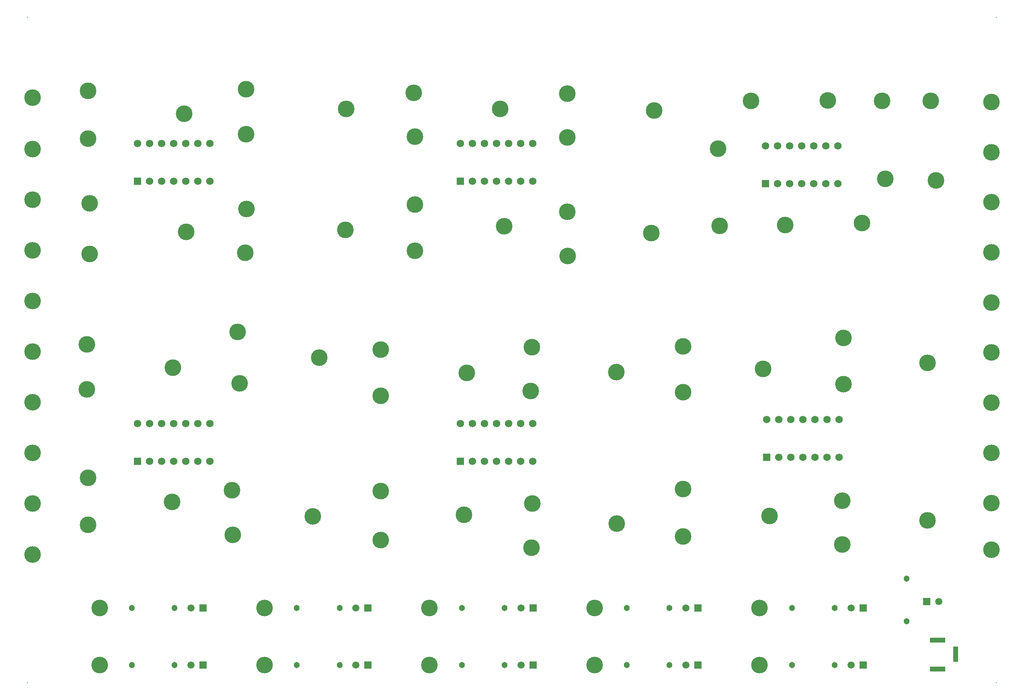
<source format=gbs>
G04*
G04 #@! TF.GenerationSoftware,Altium Limited,Altium Designer,24.3.1 (35)*
G04*
G04 Layer_Color=16711935*
%FSLAX44Y44*%
%MOMM*%
G71*
G04*
G04 #@! TF.SameCoordinates,19752D80-6C45-4E96-A252-4C1BB4621B5E*
G04*
G04*
G04 #@! TF.FilePolarity,Negative*
G04*
G01*
G75*
%ADD16R,3.3032X1.0032*%
%ADD17R,1.0032X3.3032*%
%ADD18C,3.5032*%
%ADD19C,1.3032*%
%ADD20C,1.5032*%
%ADD21R,1.5032X1.5032*%
%ADD22C,0.2032*%
%ADD23R,1.5632X1.5632*%
%ADD24C,1.5632*%
D16*
X1966250Y140250D02*
D03*
Y78750D02*
D03*
D17*
X2004750Y110250D02*
D03*
D18*
X794250Y454250D02*
D03*
Y350500D02*
D03*
Y655000D02*
D03*
Y752500D02*
D03*
X549250Y207500D02*
D03*
X549250Y87500D02*
D03*
X177250Y1297000D02*
D03*
Y1197000D02*
D03*
X1951750Y1276250D02*
D03*
X1856250Y1112000D02*
D03*
X1963500Y1108500D02*
D03*
X174750Y668000D02*
D03*
X866250Y1200750D02*
D03*
X863750Y1293000D02*
D03*
X1045750Y1259500D02*
D03*
X1186500Y1291750D02*
D03*
Y1199250D02*
D03*
X721250Y1259000D02*
D03*
X1849500Y1276250D02*
D03*
X1573750D02*
D03*
X1735000Y1277000D02*
D03*
X380250Y1249000D02*
D03*
X510250Y1300750D02*
D03*
X719750Y1004500D02*
D03*
X181250Y1060250D02*
D03*
Y954000D02*
D03*
X384250Y1000250D02*
D03*
X508250Y956000D02*
D03*
X511500Y1048750D02*
D03*
X1186750Y1042750D02*
D03*
X1363500Y998000D02*
D03*
X1507750Y1012750D02*
D03*
X866250Y1057750D02*
D03*
X975500Y703250D02*
D03*
X1112000Y757000D02*
D03*
X1109750Y664750D02*
D03*
X1289750Y705000D02*
D03*
X1430750Y662500D02*
D03*
Y758750D02*
D03*
X1599500Y711750D02*
D03*
X1768500Y776750D02*
D03*
Y679250D02*
D03*
X664750Y735250D02*
D03*
X496500Y681250D02*
D03*
X492250Y789000D02*
D03*
X356250Y713750D02*
D03*
X174750Y763500D02*
D03*
X177250Y482250D02*
D03*
Y382750D02*
D03*
X354500Y431000D02*
D03*
X482000Y361750D02*
D03*
X481000Y455750D02*
D03*
X650750Y400500D02*
D03*
X1765500Y434000D02*
D03*
X969250Y404500D02*
D03*
X1111000Y335000D02*
D03*
X1112750Y428250D02*
D03*
X61000Y1282750D02*
D03*
Y1174972D02*
D03*
Y1068194D02*
D03*
Y961416D02*
D03*
Y854639D02*
D03*
Y747861D02*
D03*
Y641083D02*
D03*
Y534305D02*
D03*
Y427528D02*
D03*
Y320750D02*
D03*
X2080000Y1273750D02*
D03*
Y1168175D02*
D03*
Y1062600D02*
D03*
Y957025D02*
D03*
Y851450D02*
D03*
Y745875D02*
D03*
Y640300D02*
D03*
Y534725D02*
D03*
Y429150D02*
D03*
Y330250D02*
D03*
X896750Y87500D02*
D03*
X1244250Y207500D02*
D03*
X1244250Y87500D02*
D03*
X201750D02*
D03*
Y207500D02*
D03*
X1291000Y385250D02*
D03*
X1591750Y207500D02*
D03*
X510250Y1206000D02*
D03*
X1369500Y1256000D02*
D03*
X866250Y960500D02*
D03*
X1053500Y1012000D02*
D03*
X1187500Y949750D02*
D03*
X1504000Y1175250D02*
D03*
X1645500Y1015000D02*
D03*
X1807000Y1019000D02*
D03*
X1945500Y724000D02*
D03*
X1430750Y458250D02*
D03*
Y358750D02*
D03*
X1612500Y402000D02*
D03*
X1765500Y341750D02*
D03*
X1945500Y392250D02*
D03*
X1591750Y87500D02*
D03*
X896750Y207500D02*
D03*
D19*
X617250D02*
D03*
X707250D02*
D03*
X964750D02*
D03*
X1054750D02*
D03*
X1901000Y269750D02*
D03*
Y179750D02*
D03*
X964750Y87500D02*
D03*
X1054750D02*
D03*
X1402250Y207500D02*
D03*
X1312250D02*
D03*
Y87500D02*
D03*
X1402250D02*
D03*
X359750D02*
D03*
X269750D02*
D03*
X269750Y207500D02*
D03*
X359750D02*
D03*
X1749750D02*
D03*
X1659750D02*
D03*
Y87500D02*
D03*
X1749750D02*
D03*
X617250D02*
D03*
X707250D02*
D03*
D20*
X1089350Y207500D02*
D03*
X394350D02*
D03*
X741850D02*
D03*
X1436850D02*
D03*
X1784350D02*
D03*
X394350Y87500D02*
D03*
X1436850D02*
D03*
X1089350D02*
D03*
X1784350D02*
D03*
X1969150Y221500D02*
D03*
X741850Y87500D02*
D03*
D21*
X1114750Y207500D02*
D03*
X419750D02*
D03*
X767250D02*
D03*
X1462250D02*
D03*
X1809750D02*
D03*
X419750Y87500D02*
D03*
X1462250D02*
D03*
X1114750D02*
D03*
X1809750D02*
D03*
X1943750Y221500D02*
D03*
X767250Y87500D02*
D03*
D22*
X50000Y1452500D02*
D03*
X2090000D02*
D03*
Y50000D02*
D03*
X50000D02*
D03*
D23*
X282050Y1106750D02*
D03*
X961150D02*
D03*
X1604400Y1102000D02*
D03*
X282050Y516750D02*
D03*
X961150D02*
D03*
X1606900Y525250D02*
D03*
D24*
X307450Y1106750D02*
D03*
X332850D02*
D03*
X358250D02*
D03*
X383650D02*
D03*
X409050D02*
D03*
X434450D02*
D03*
X282050Y1186450D02*
D03*
X307450D02*
D03*
X332850D02*
D03*
X358250D02*
D03*
X383650D02*
D03*
X409050D02*
D03*
X434450D02*
D03*
X1113550D02*
D03*
X1088150D02*
D03*
X1062750D02*
D03*
X1037350D02*
D03*
X1011950D02*
D03*
X986550D02*
D03*
X961150D02*
D03*
X1113550Y1106750D02*
D03*
X1088150D02*
D03*
X1062750D02*
D03*
X1037350D02*
D03*
X1011950D02*
D03*
X986550D02*
D03*
X1629800Y1102000D02*
D03*
X1655200D02*
D03*
X1680600D02*
D03*
X1706000D02*
D03*
X1731400D02*
D03*
X1756800D02*
D03*
X1604400Y1181700D02*
D03*
X1629800D02*
D03*
X1655200D02*
D03*
X1680600D02*
D03*
X1706000D02*
D03*
X1731400D02*
D03*
X1756800D02*
D03*
X434450Y596450D02*
D03*
X409050D02*
D03*
X383650D02*
D03*
X358250D02*
D03*
X332850D02*
D03*
X307450D02*
D03*
X282050D02*
D03*
X434450Y516750D02*
D03*
X409050D02*
D03*
X383650D02*
D03*
X358250D02*
D03*
X332850D02*
D03*
X307450D02*
D03*
X986550D02*
D03*
X1011950D02*
D03*
X1037350D02*
D03*
X1062750D02*
D03*
X1088150D02*
D03*
X1113550D02*
D03*
X961150Y596450D02*
D03*
X986550D02*
D03*
X1011950D02*
D03*
X1037350D02*
D03*
X1062750D02*
D03*
X1088150D02*
D03*
X1113550D02*
D03*
X1759300Y604950D02*
D03*
X1733900D02*
D03*
X1708500D02*
D03*
X1683100D02*
D03*
X1657700D02*
D03*
X1632300D02*
D03*
X1606900D02*
D03*
X1759300Y525250D02*
D03*
X1733900D02*
D03*
X1708500D02*
D03*
X1683100D02*
D03*
X1657700D02*
D03*
X1632300D02*
D03*
M02*

</source>
